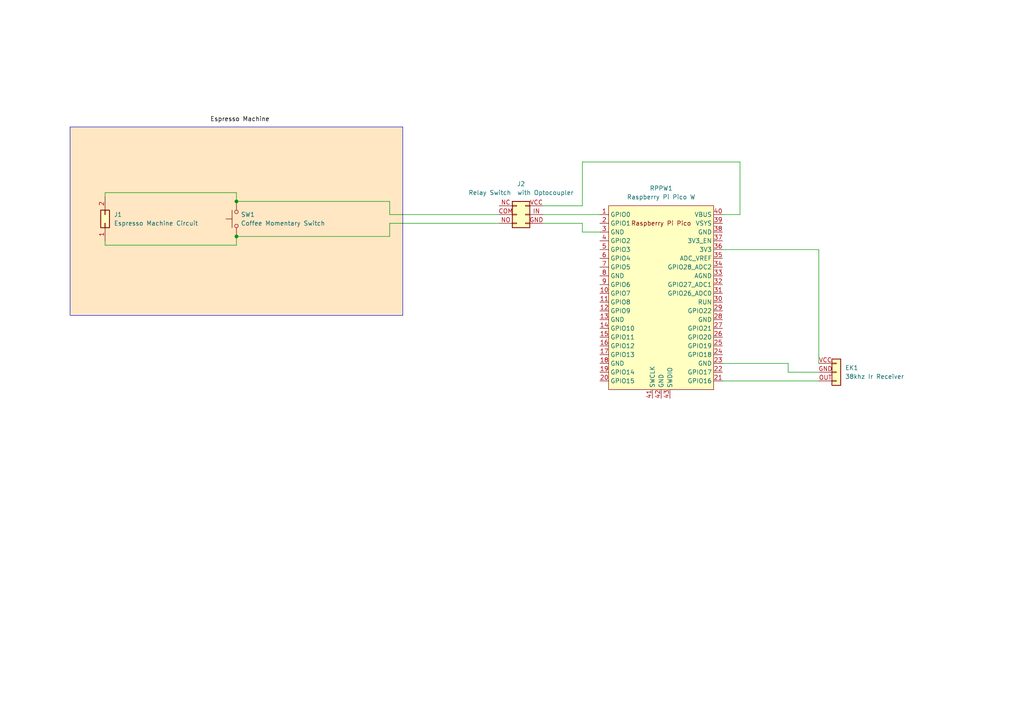
<source format=kicad_sch>
(kicad_sch (version 20230121) (generator eeschema)
  (paper "A4")
  (title_block (title "RPi Pico W - Smart Espresso Scale Relay") (date "2024-05-02") (rev "1.0.0") (company "Antonios Karagiannis"))
  (lib_symbols
    (symbol "Connector_Generic:Conn_01x03" (pin_names (offset 1.016) hide)
      (property "Reference" "EK1" (at 2.54 1.27 0))
      (property "Value" "38khz Ir Receiver" (at 2.54 -1.27 0))
      (symbol "Conn_01x03_1_1"
        (rectangle (start -1.27 -2.413) (end 0 -2.667) (stroke (width 0.1524)))
        (rectangle (start -1.27 0.127) (end 0 -0.127) (stroke (width 0.1524)))
        (rectangle (start -1.27 2.667) (end 0 2.413) (stroke (width 0.1524)))
        (rectangle (start -1.27 3.81) (end 1.27 -3.81) (stroke (width 0.254)) (fill (type background)))
        (pin passive line (at -5.08 0 0) (length 3.81) (name "") (number "GND"))
        (pin passive line (at -5.08 -2.54 0) (length 3.81) (name "Pin_3") (number "OUT"))
        (pin passive line (at -5.08 2.54 0) (length 3.81) (name "Pin_1") (number "VCC"))
      )
    )
    (symbol "Connector_Generic:Conn_02x01" (pin_names (offset 1.016) hide)
      (property "Reference" "J" (at 1.27 2.54 0))
      (property "Value" "Conn_02x01" (at 1.27 -2.54 0))
      (symbol "Conn_02x01_1_1"
        (rectangle (start -1.27 0.127) (end 0 -0.127) (stroke (width 0.1524)))
        (rectangle (start -1.27 1.27) (end 3.81 -1.27) (stroke (width 0.254)) (fill (type background)))
        (rectangle (start 3.81 0.127) (end 2.54 -0.127) (stroke (width 0.1524)))
        (pin passive line (at -5.08 0 0) (length 3.81) (name "Pin_1") (number "1"))
        (pin passive line (at 7.62 0 180) (length 3.81) (name "Pin_2") (number "2"))
      )
    )
    (symbol "Connector_Generic:Conn_02x03_Counter_Clockwise" (pin_names (offset 1.016) hide)
      (property "Reference" "J2" (at 1.27 8.89 0))
      (property "Value" "Relay Switch  with Optocoupler" (at 1.27 6.35 0))
      (symbol "Conn_02x03_Counter_Clockwise_1_1"
        (rectangle (start -1.27 -2.413) (end 0 -2.667) (stroke (width 0.1524)))
        (rectangle (start -1.27 0.127) (end 0 -0.127) (stroke (width 0.1524)))
        (rectangle (start -1.27 2.667) (end 0 2.413) (stroke (width 0.1524)))
        (rectangle (start -1.27 3.81) (end 3.81 -3.81) (stroke (width 0.254)) (fill (type background)))
        (rectangle (start 3.81 -2.413) (end 2.54 -2.667) (stroke (width 0.1524)))
        (rectangle (start 3.81 0.127) (end 2.54 -0.127) (stroke (width 0.1524)))
        (rectangle (start 3.81 2.667) (end 2.54 2.413) (stroke (width 0.1524)))
        (pin passive line (at 7.62 0 180) (length 3.81) (name "Pin_5") (number "COM"))
        (pin passive line (at -5.08 -2.54 0) (length 3.81) (name "Pin_3") (number "GND"))
        (pin passive line (at -5.08 0 0) (length 3.81) (name "Pin_2") (number "IN"))
        (pin passive line (at 7.62 2.54 180) (length 3.81) (name "") (number "NC"))
        (pin passive line (at 7.62 -2.54 180) (length 3.81) (name "Pin_4") (number "NO"))
        (pin passive line (at -5.08 2.54 0) (length 3.81) (name "Pin_1") (number "VCC"))
      )
    )
    (symbol "MCU_RaspberryPi_and_Boards:Pico"
      (property "Reference" "U" (at -13.97 27.94 0))
      (property "Value" "Pico" (at 0 19.05 0))
      (symbol "Pico_0_0"
        (text "Raspberry Pi Pico" (at 0 21.59 0) (effects (font (size 1.27 1.27))))
      )
      (symbol "Pico_0_1"
        (rectangle (start -15.24 26.67) (end 15.24 -26.67) (fill (type background)))
      )
      (symbol "Pico_1_1"
        (pin bidirectional line (at -17.78 24.13 0) (length 2.54) (name "GPIO0") (number "1"))
        (pin bidirectional line (at -17.78 1.27 0) (length 2.54) (name "GPIO7") (number "10"))
        (pin bidirectional line (at -17.78 -1.27 0) (length 2.54) (name "GPIO8") (number "11"))
        (pin bidirectional line (at -17.78 -3.81 0) (length 2.54) (name "GPIO9") (number "12"))
        (pin power_in line (at -17.78 -6.35 0) (length 2.54) (name "GND") (number "13"))
        (pin bidirectional line (at -17.78 -8.89 0) (length 2.54) (name "GPIO10") (number "14"))
        (pin bidirectional line (at -17.78 -11.43 0) (length 2.54) (name "GPIO11") (number "15"))
        (pin bidirectional line (at -17.78 -13.97 0) (length 2.54) (name "GPIO12") (number "16"))
        (pin bidirectional line (at -17.78 -16.51 0) (length 2.54) (name "GPIO13") (number "17"))
        (pin power_in line (at -17.78 -19.05 0) (length 2.54) (name "GND") (number "18"))
        (pin bidirectional line (at -17.78 -21.59 0) (length 2.54) (name "GPIO14") (number "19"))
        (pin bidirectional line (at -17.78 21.59 0) (length 2.54) (name "GPIO1") (number "2"))
        (pin bidirectional line (at -17.78 -24.13 0) (length 2.54) (name "GPIO15") (number "20"))
        (pin bidirectional line (at 17.78 -24.13 180) (length 2.54) (name "GPIO16") (number "21"))
        (pin bidirectional line (at 17.78 -21.59 180) (length 2.54) (name "GPIO17") (number "22"))
        (pin power_in line (at 17.78 -19.05 180) (length 2.54) (name "GND") (number "23"))
        (pin bidirectional line (at 17.78 -16.51 180) (length 2.54) (name "GPIO18") (number "24"))
        (pin bidirectional line (at 17.78 -13.97 180) (length 2.54) (name "GPIO19") (number "25"))
        (pin bidirectional line (at 17.78 -11.43 180) (length 2.54) (name "GPIO20") (number "26"))
        (pin bidirectional line (at 17.78 -8.89 180) (length 2.54) (name "GPIO21") (number "27"))
        (pin power_in line (at 17.78 -6.35 180) (length 2.54) (name "GND") (number "28"))
        (pin bidirectional line (at 17.78 -3.81 180) (length 2.54) (name "GPIO22") (number "29"))
        (pin power_in line (at -17.78 19.05 0) (length 2.54) (name "GND") (number "3"))
        (pin input line (at 17.78 -1.27 180) (length 2.54) (name "RUN") (number "30"))
        (pin bidirectional line (at 17.78 1.27 180) (length 2.54) (name "GPIO26_ADC0") (number "31"))
        (pin bidirectional line (at 17.78 3.81 180) (length 2.54) (name "GPIO27_ADC1") (number "32"))
        (pin power_in line (at 17.78 6.35 180) (length 2.54) (name "AGND") (number "33"))
        (pin bidirectional line (at 17.78 8.89 180) (length 2.54) (name "GPIO28_ADC2") (number "34"))
        (pin power_in line (at 17.78 11.43 180) (length 2.54) (name "ADC_VREF") (number "35"))
        (pin power_in line (at 17.78 13.97 180) (length 2.54) (name "3V3") (number "36"))
        (pin input line (at 17.78 16.51 180) (length 2.54) (name "3V3_EN") (number "37"))
        (pin bidirectional line (at 17.78 19.05 180) (length 2.54) (name "GND") (number "38"))
        (pin power_in line (at 17.78 21.59 180) (length 2.54) (name "VSYS") (number "39"))
        (pin bidirectional line (at -17.78 16.51 0) (length 2.54) (name "GPIO2") (number "4"))
        (pin power_in line (at 17.78 24.13 180) (length 2.54) (name "VBUS") (number "40"))
        (pin input line (at -2.54 -29.21 90) (length 2.54) (name "SWCLK") (number "41"))
        (pin power_in line (at 0 -29.21 90) (length 2.54) (name "GND") (number "42"))
        (pin bidirectional line (at 2.54 -29.21 90) (length 2.54) (name "SWDIO") (number "43"))
        (pin bidirectional line (at -17.78 13.97 0) (length 2.54) (name "GPIO3") (number "5"))
        (pin bidirectional line (at -17.78 11.43 0) (length 2.54) (name "GPIO4") (number "6"))
        (pin bidirectional line (at -17.78 8.89 0) (length 2.54) (name "GPIO5") (number "7"))
        (pin power_in line (at -17.78 6.35 0) (length 2.54) (name "GND") (number "8"))
        (pin bidirectional line (at -17.78 3.81 0) (length 2.54) (name "GPIO6") (number "9"))
      )
    )
    (symbol "Switch:SW_MEC_5G" (pin_numbers hide) (pin_names (offset 1.016) hide)
      (property "Reference" "SW" (at 1.27 2.54 0))
      (property "Value" "SW_MEC_5G" (at 0 -1.524 0))
      (symbol "SW_MEC_5G_0_1"
        (circle (center -2.032 0) (radius 0.508))
        (polyline (pts (xy 0 1.27) (xy 0 3.048)))
        (polyline (pts (xy 2.54 1.27) (xy -2.54 1.27)))
        (circle (center 2.032 0) (radius 0.508))
        (pin passive line (at -5.08 0 0) (length 2.54) (name "A") (number "1"))
        (pin passive line (at 5.08 0 180) (length 2.54) (name "B") (number "3"))
      )
      (symbol "SW_MEC_5G_1_1"
        (pin passive line (at -5.08 0 0) (length 2.54) hide (name "A") (number "2"))
        (pin passive line (at 5.08 0 180) (length 2.54) hide (name "B") (number "4"))
      )
    )
  )
  (junction (at 68.58 58.42))
  (junction (at 68.58 68.58))
  (wire (pts (xy 228.6 107.95) (xy 228.6 105.41)))
  (wire (pts (xy 30.48 55.88) (xy 68.58 55.88)))
  (wire (pts (xy 157.48 62.23) (xy 173.99 62.23)))
  (wire (pts (xy 168.91 46.99) (xy 168.91 59.69)))
  (wire (pts (xy 168.91 46.99) (xy 214.63 46.99)))
  (wire (pts (xy 30.48 71.12) (xy 68.58 71.12)))
  (wire (pts (xy 113.03 64.77) (xy 144.78 64.77)))
  (wire (pts (xy 68.58 58.42) (xy 113.03 58.42)))
  (wire (pts (xy 237.49 72.39) (xy 209.55 72.39)))
  (wire (pts (xy 113.03 62.23) (xy 144.78 62.23)))
  (wire (pts (xy 30.48 55.88) (xy 30.48 57.15)))
  (wire (pts (xy 168.91 67.31) (xy 173.99 67.31)))
  (wire (pts (xy 30.48 69.85) (xy 30.48 71.12)))
  (wire (pts (xy 113.03 58.42) (xy 113.03 62.23)))
  (wire (pts (xy 68.58 55.88) (xy 68.58 58.42)))
  (wire (pts (xy 237.49 105.41) (xy 237.49 72.39)))
  (wire (pts (xy 168.91 64.77) (xy 168.91 67.31)))
  (wire (pts (xy 168.91 59.69) (xy 157.48 59.69)))
  (wire (pts (xy 68.58 71.12) (xy 68.58 68.58)))
  (wire (pts (xy 113.03 64.77) (xy 113.03 68.58)))
  (wire (pts (xy 209.55 110.49) (xy 237.49 110.49)))
  (wire (pts (xy 228.6 105.41) (xy 209.55 105.41)))
  (wire (pts (xy 157.48 64.77) (xy 168.91 64.77)))
  (wire (pts (xy 214.63 62.23) (xy 209.55 62.23)))
  (wire (pts (xy 214.63 46.99) (xy 214.63 62.23)))
  (wire (pts (xy 237.49 107.95) (xy 228.6 107.95)))
  (wire (pts (xy 113.03 68.58) (xy 68.58 68.58)))
  (rectangle (start 20.32 36.83) (end 116.84 91.44) (fill (type color) (color 255 231 196 1)))
  (label "Espresso Machine" (at 60.96 35.56 0))
  (symbol (lib_id "Switch:SW_MEC_5G") (at 68.58 63.5 90) (unit 1)
    (property "Reference" "SW1" (at 69.85 62.23 90) (effects (justify right)))
    (property "Value" "Coffee Momentary Switch" (at 69.85 64.77 90) (effects (justify right)))
    (property "Datasheet" "http://www.apem.com/int/index.php?controller=attachment&id_attachment=488" (effects hide))
  )
  (symbol (lib_id "Connector_Generic:Conn_02x03_Counter_Clockwise") (at 152.4 62.23 0) (mirror y) (unit 1)
    (property "Reference" "J2" (at 151.13 53.34 0))
    (property "Value" "Relay Switch  with Optocoupler" (at 151.13 55.88 0))
  )
  (symbol (lib_id "Connector_Generic:Conn_02x01") (at 30.48 64.77 90) (unit 1)
    (property "Reference" "J1" (at 33.02 62.23 90) (effects (justify right)))
    (property "Value" "Espresso Machine Circuit" (at 33.02 64.77 90) (effects (justify right)))
  )
  (symbol (lib_id "MCU_RaspberryPi_and_Boards:Pico") (at 191.77 86.36 0) (unit 1)
    (property "Reference" "RPPW1" (at 191.77 54.61 0))
    (property "Value" "Raspberry Pi Pico W" (at 191.77 57.15 0))
    (property "Footprint" "RPi_Pico:RPi_Pico_SMD_TH" (effects hide))
  )
  (symbol (lib_id "Connector_Generic:Conn_01x03") (at 242.57 107.95 0) (unit 1)
    (property "Reference" "EK1" (at 245.11 106.68 0) (effects (justify left)))
    (property "Value" "38khz Ir Receiver" (at 245.11 109.22 0) (effects (justify left)))
  )
)
</source>
